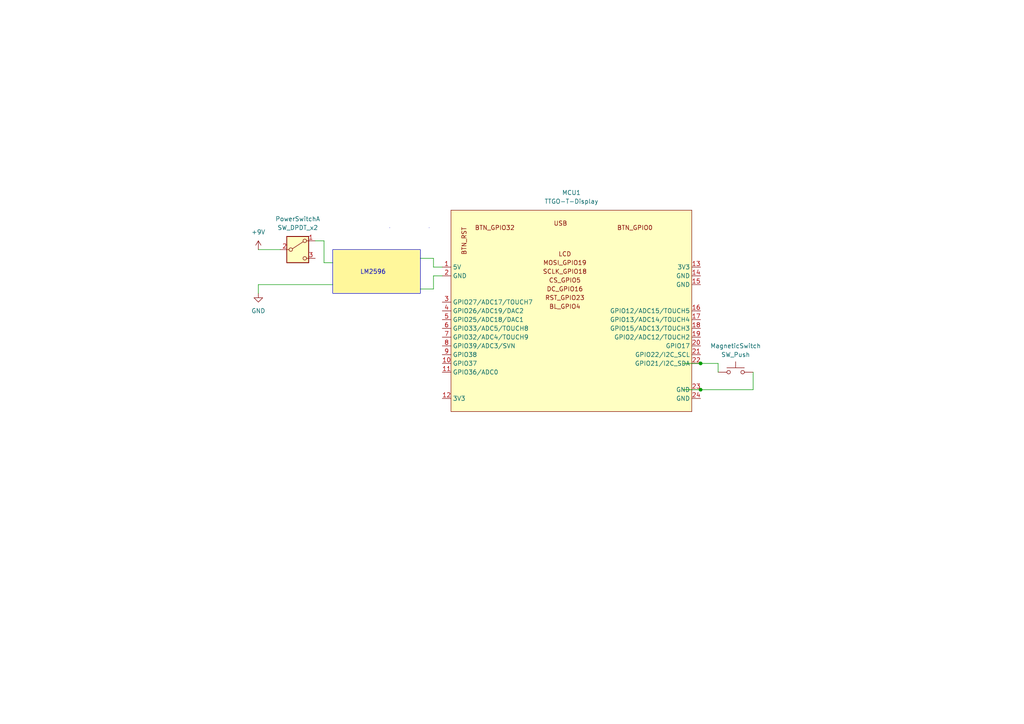
<source format=kicad_sch>
(kicad_sch (version 20231120) (generator "eeschema") (generator_version "8.0")
  (paper "A4")
  (lib_symbols
    (symbol "Switch:SW_DPDT_x2" (pin_names (offset 0) hide)
      (property "Reference" "SW" (at 0 5.08 0))
      (property "Value" "SW_DPDT_x2" (at 0 -5.08 0))
      (symbol "SW_DPDT_x2_0_0"
        (circle (center -2.032 0) (radius 0.508))
        (circle (center 2.032 -2.54) (radius 0.508))
      )
      (symbol "SW_DPDT_x2_0_1"
        (rectangle (start -3.175 3.81) (end 3.175 -3.81) (stroke (width 0.254)) (fill (type background)))
        (polyline (pts (xy -1.524 0.254) (xy 1.5748 2.286)))
        (circle (center 2.032 2.54) (radius 0.508))
      )
      (symbol "SW_DPDT_x2_1_1"
        (pin passive line (at 5.08 2.54 180) (length 2.54) (name "A") (number "1"))
        (pin passive line (at -5.08 0 0) (length 2.54) (name "B") (number "2"))
        (pin passive line (at 5.08 -2.54 180) (length 2.54) (name "C") (number "3"))
      )
      (symbol "SW_DPDT_x2_2_1"
        (pin passive line (at 5.08 2.54 180) (length 2.54) (name "A") (number "4"))
        (pin passive line (at -5.08 0 0) (length 2.54) (name "B") (number "5"))
        (pin passive line (at 5.08 -2.54 180) (length 2.54) (name "C") (number "6"))
      )
    )
    (symbol "Switch:SW_Push" (pin_numbers hide) (pin_names (offset 1.016) hide)
      (property "Reference" "SW" (at 1.27 2.54 0))
      (property "Value" "SW_Push" (at 0 -1.524 0))
      (symbol "SW_Push_0_1"
        (circle (center -2.032 0) (radius 0.508))
        (polyline (pts (xy 0 1.27) (xy 0 3.048)))
        (polyline (pts (xy 2.54 1.27) (xy -2.54 1.27)))
        (circle (center 2.032 0) (radius 0.508))
        (pin passive line (at -5.08 0 0) (length 2.54) (name "1") (number "1"))
        (pin passive line (at 5.08 0 180) (length 2.54) (name "2") (number "2"))
      )
    )
    (symbol "TTGO_T_Display:TTGO-T-Display"
      (property "Reference" "MCU" (at 0 0 0))
      (property "Value" "TTGO-T-Display" (at 0 2.54 0))
      (symbol "TTGO-T-Display_0_0"
        (text "BL_GPIO4" (at 1.27 -30.48 0) (effects (font (size 1.27 1.27))))
        (text "BTN_GPIO0" (at 21.59 -7.62 0) (effects (font (size 1.27 1.27))))
        (text "BTN_GPIO32" (at -19.05 -7.62 0) (effects (font (size 1.27 1.27))))
        (text "BTN_RST" (at -27.94 -11.43 900) (effects (font (size 1.27 1.27))))
        (text "CS_GPIO5" (at 1.27 -22.86 0) (effects (font (size 1.27 1.27))))
        (text "DC_GPIO16" (at 1.27 -25.4 0) (effects (font (size 1.27 1.27))))
        (text "LCD" (at 1.27 -15.24 0) (effects (font (size 1.27 1.27))))
        (text "MOSI_GPIO19" (at 1.27 -17.78 0) (effects (font (size 1.27 1.27))))
        (text "RST_GPIO23" (at 1.27 -27.94 0) (effects (font (size 1.27 1.27))))
        (text "SCLK_GPIO18" (at 1.27 -20.32 0) (effects (font (size 1.27 1.27))))
        (text "USB" (at 0 -6.35 0) (effects (font (size 1.27 1.27))))
      )
      (symbol "TTGO-T-Display_0_1"
        (rectangle (start -31.75 -2.54) (end 38.1 -60.96) (fill (type background)))
      )
      (symbol "TTGO-T-Display_1_1"
        (pin power_in line (at -34.29 -19.05 0) (length 2.54) (name "5V") (number "1"))
        (pin bidirectional line (at -34.29 -46.99 0) (length 2.54) (name "GPIO37") (number "10"))
        (pin bidirectional line (at -34.29 -49.53 0) (length 2.54) (name "GPIO36/ADC0") (number "11"))
        (pin power_in line (at -34.29 -57.15 0) (length 2.54) (name "3V3") (number "12"))
        (pin power_in line (at 40.64 -19.05 180) (length 2.54) (name "3V3") (number "13"))
        (pin power_in line (at 40.64 -21.59 180) (length 2.54) (name "GND") (number "14"))
        (pin power_in line (at 40.64 -24.13 180) (length 2.54) (name "GND") (number "15"))
        (pin bidirectional line (at 40.64 -31.75 180) (length 2.54) (name "GPIO12/ADC15/TOUCH5") (number "16"))
        (pin bidirectional line (at 40.64 -34.29 180) (length 2.54) (name "GPIO13/ADC14/TOUCH4") (number "17"))
        (pin bidirectional line (at 40.64 -36.83 180) (length 2.54) (name "GPIO15/ADC13/TOUCH3") (number "18"))
        (pin bidirectional line (at 40.64 -39.37 180) (length 2.54) (name "GPIO2/ADC12/TOUCH2") (number "19"))
        (pin power_in line (at -34.29 -21.59 0) (length 2.54) (name "GND") (number "2"))
        (pin bidirectional line (at 40.64 -41.91 180) (length 2.54) (name "GPIO17") (number "20"))
        (pin bidirectional line (at 40.64 -44.45 180) (length 2.54) (name "GPIO22/I2C_SCL") (number "21"))
        (pin bidirectional line (at 40.64 -46.99 180) (length 2.54) (name "GPIO21/I2C_SDA") (number "22"))
        (pin power_in line (at 40.64 -54.61 180) (length 2.54) (name "GND") (number "23"))
        (pin power_in line (at 40.64 -57.15 180) (length 2.54) (name "GND") (number "24"))
        (pin bidirectional line (at -34.29 -29.21 0) (length 2.54) (name "GPIO27/ADC17/TOUCH7") (number "3"))
        (pin bidirectional line (at -34.29 -31.75 0) (length 2.54) (name "GPIO26/ADC19/DAC2") (number "4"))
        (pin bidirectional line (at -34.29 -34.29 0) (length 2.54) (name "GPIO25/ADC18/DAC1") (number "5"))
        (pin bidirectional line (at -34.29 -36.83 0) (length 2.54) (name "GPIO33/ADC5/TOUCH8") (number "6"))
        (pin bidirectional line (at -34.29 -39.37 0) (length 2.54) (name "GPIO32/ADC4/TOUCH9") (number "7"))
        (pin bidirectional line (at -34.29 -41.91 0) (length 2.54) (name "GPIO39/ADC3/SVN") (number "8"))
        (pin bidirectional line (at -34.29 -44.45 0) (length 2.54) (name "GPIO38") (number "9"))
      )
    )
    (symbol "power:+9V" (power) (pin_numbers hide) (pin_names (offset 0) hide)
      (property "Value" "+9V" (at 0 3.556 0))
      (symbol "+9V_0_1"
        (polyline (pts (xy -0.762 1.27) (xy 0 2.54)))
        (polyline (pts (xy 0 0) (xy 0 2.54)))
        (polyline (pts (xy 0 2.54) (xy 0.762 1.27)))
      )
      (symbol "+9V_1_1"
        (pin power_in line (at 0 0 90) (length 0) (name "~") (number "1"))
      )
    )
    (symbol "power:GND" (power) (pin_numbers hide) (pin_names (offset 0) hide)
      (property "Value" "GND" (at 0 -3.81 0))
      (symbol "GND_0_1"
        (polyline (pts (xy 0 0) (xy 0 -1.27) (xy 1.27 -1.27) (xy 0 -2.54) (xy -1.27 -1.27) (xy 0 -1.27)))
      )
      (symbol "GND_1_1"
        (pin power_in line (at 0 0 270) (length 0) (name "~") (number "1"))
      )
    )
  )
  (junction (at 203.2 105.41))
  (junction (at 203.2 113.03))
  (wire (pts (xy 74.93 82.55) (xy 74.93 85.09)))
  (wire (pts (xy 208.28 105.41) (xy 208.28 107.95)))
  (wire (pts (xy 218.44 113.03) (xy 203.2 113.03)))
  (wire (pts (xy 198.12 105.41) (xy 203.2 105.41)))
  (wire (pts (xy 125.73 80.01) (xy 125.73 83.82)))
  (wire (pts (xy 198.12 113.03) (xy 203.2 113.03)))
  (wire (pts (xy 74.93 72.39) (xy 81.28 72.39)))
  (wire (pts (xy 121.92 74.93) (xy 125.73 74.93)))
  (wire (pts (xy 128.27 77.47) (xy 125.73 77.47)))
  (wire (pts (xy 93.98 76.2) (xy 96.52 76.2)))
  (wire (pts (xy 218.44 107.95) (xy 218.44 113.03)))
  (wire (pts (xy 121.92 83.82) (xy 125.73 83.82)))
  (wire (pts (xy 93.98 69.85) (xy 93.98 76.2)))
  (wire (pts (xy 128.27 80.01) (xy 125.73 80.01)))
  (wire (pts (xy 203.2 105.41) (xy 208.28 105.41)))
  (wire (pts (xy 74.93 82.55) (xy 96.52 82.55)))
  (wire (pts (xy 125.73 77.47) (xy 125.73 74.93)))
  (wire (pts (xy 91.44 69.85) (xy 93.98 69.85)))
  (rectangle (start 124.46 66.04) (end 124.46 66.04))
  (rectangle (start 96.52 72.39) (end 121.92 85.09) (fill (type color) (color 255 247 155 1)))
  (rectangle (start 113.03 66.04) (end 113.03 66.04))
  (text "LM2596" (at 108.204 78.994 0) (effects (font (size 1.27 1.27))))
  (symbol (lib_id "power:GND") (at 74.93 85.09 0) (unit 1)
    (property "Reference" "#PWR02" (effects (hide yes)))
    (property "Value" "GND" (at 74.93 90.17 0))
    (property "Description" "Power symbol creates a global label with name \"GND\" , ground" (effects (hide yes)))
  )
  (symbol (lib_id "Switch:SW_DPDT_x2") (at 86.36 72.39 0) (unit 1)
    (property "Reference" "PowerSwitch" (at 86.36 63.5 0))
    (property "Value" "SW_DPDT_x2" (at 86.36 66.04 0))
    (property "Description" "Switch, dual pole double throw, separate symbols" (effects (hide yes)))
  )
  (symbol (lib_id "Switch:SW_Push") (at 213.36 107.95 0) (unit 1)
    (property "Reference" "MagneticSwitch" (at 213.36 100.33 0))
    (property "Value" "SW_Push" (at 213.36 102.87 0))
    (property "Description" "Push button switch, generic, two pins" (effects (hide yes)))
  )
  (symbol (lib_id "power:+9V") (at 74.93 72.39 0) (unit 1)
    (property "Reference" "#PWR01" (effects (hide yes)))
    (property "Value" "+9V" (at 74.93 67.31 0))
    (property "Description" "Power symbol creates a global label with name \"+9V\"" (effects (hide yes)))
  )
  (symbol (lib_id "TTGO_T_Display:TTGO-T-Display") (at 162.56 58.42 0) (unit 1)
    (property "Reference" "MCU1" (at 165.735 55.88 0))
    (property "Value" "TTGO-T-Display" (at 165.735 58.42 0))
    (property "Footprint" "TTGO_T_Display:TTGO-T-Display" (effects (hide yes)))
  )
)
</source>
